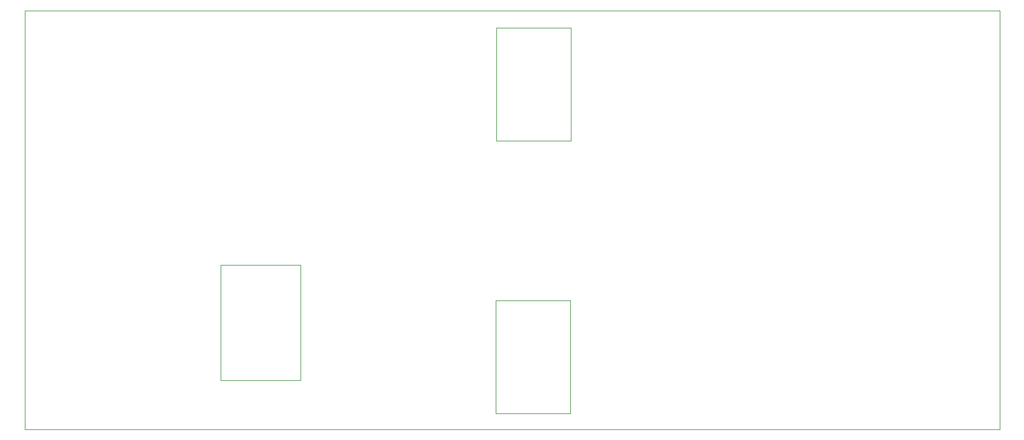
<source format=gbr>
G04 #@! TF.GenerationSoftware,KiCad,Pcbnew,(6.0.0)*
G04 #@! TF.CreationDate,2022-05-31T00:37:06+02:00*
G04 #@! TF.ProjectId,rfamp3,7266616d-7033-42e6-9b69-6361645f7063,rev?*
G04 #@! TF.SameCoordinates,Original*
G04 #@! TF.FileFunction,Profile,NP*
%FSLAX46Y46*%
G04 Gerber Fmt 4.6, Leading zero omitted, Abs format (unit mm)*
G04 Created by KiCad (PCBNEW (6.0.0)) date 2022-05-31 00:37:06*
%MOMM*%
%LPD*%
G01*
G04 APERTURE LIST*
G04 #@! TA.AperFunction,Profile*
%ADD10C,0.050000*%
G04 #@! TD*
G04 APERTURE END LIST*
D10*
X61490000Y-104130000D02*
X61468000Y-44185840D01*
X128864360Y-85664040D02*
X139532360Y-85658960D01*
X139542520Y-101838760D02*
X128864360Y-101843840D01*
X139532360Y-85658960D02*
X139542520Y-101838760D01*
X128864360Y-85664040D02*
X128864360Y-101843840D01*
X89535000Y-97155000D02*
X89535000Y-80645000D01*
X201041000Y-44196000D02*
X201041000Y-104140000D01*
X201041000Y-104140000D02*
X61490000Y-104130000D01*
X128971040Y-46629320D02*
X139649200Y-46624240D01*
X139649200Y-46624240D02*
X139649200Y-62804040D01*
X139649200Y-62804040D02*
X128981200Y-62809120D01*
X100965000Y-80645000D02*
X100965000Y-97155000D01*
X89535000Y-80645000D02*
X100965000Y-80645000D01*
X100965000Y-97155000D02*
X89535000Y-97155000D01*
X128981200Y-62809120D02*
X128971040Y-46629320D01*
X61468000Y-44185840D02*
X201041000Y-44196000D01*
M02*

</source>
